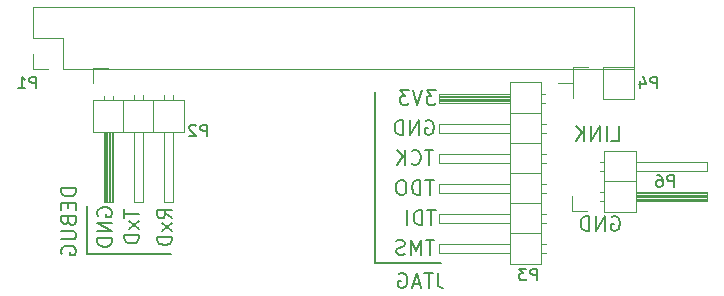
<source format=gbo>
G04 #@! TF.FileFunction,Legend,Bot*
%FSLAX46Y46*%
G04 Gerber Fmt 4.6, Leading zero omitted, Abs format (unit mm)*
G04 Created by KiCad (PCBNEW 4.0.7-e2-6376~58~ubuntu16.04.1) date Wed Jun 13 12:59:57 2018*
%MOMM*%
%LPD*%
G01*
G04 APERTURE LIST*
%ADD10C,0.100000*%
%ADD11C,0.200000*%
%ADD12C,0.120000*%
%ADD13C,0.150000*%
G04 APERTURE END LIST*
D10*
D11*
X68544476Y-36694436D02*
X69139714Y-36694436D01*
X69139714Y-35444436D01*
X68127809Y-36694436D02*
X68127809Y-35444436D01*
X67532571Y-36694436D02*
X67532571Y-35444436D01*
X66818285Y-36694436D01*
X66818285Y-35444436D01*
X66223047Y-36694436D02*
X66223047Y-35444436D01*
X65508761Y-36694436D02*
X66044476Y-35980150D01*
X65508761Y-35444436D02*
X66223047Y-36158722D01*
X68560381Y-43123960D02*
X68679429Y-43064436D01*
X68858000Y-43064436D01*
X69036572Y-43123960D01*
X69155619Y-43243008D01*
X69215143Y-43362055D01*
X69274667Y-43600150D01*
X69274667Y-43778722D01*
X69215143Y-44016817D01*
X69155619Y-44135865D01*
X69036572Y-44254912D01*
X68858000Y-44314436D01*
X68738952Y-44314436D01*
X68560381Y-44254912D01*
X68500857Y-44195389D01*
X68500857Y-43778722D01*
X68738952Y-43778722D01*
X67965143Y-44314436D02*
X67965143Y-43064436D01*
X67250857Y-44314436D01*
X67250857Y-43064436D01*
X66655619Y-44314436D02*
X66655619Y-43064436D01*
X66358000Y-43064436D01*
X66179428Y-43123960D01*
X66060381Y-43243008D01*
X66000857Y-43362055D01*
X65941333Y-43600150D01*
X65941333Y-43778722D01*
X66000857Y-44016817D01*
X66060381Y-44135865D01*
X66179428Y-44254912D01*
X66358000Y-44314436D01*
X66655619Y-44314436D01*
X23215476Y-40697341D02*
X21965476Y-40697341D01*
X21965476Y-40994960D01*
X22025000Y-41173532D01*
X22144048Y-41292579D01*
X22263095Y-41352103D01*
X22501190Y-41411627D01*
X22679762Y-41411627D01*
X22917857Y-41352103D01*
X23036905Y-41292579D01*
X23155952Y-41173532D01*
X23215476Y-40994960D01*
X23215476Y-40697341D01*
X22560714Y-41947341D02*
X22560714Y-42364008D01*
X23215476Y-42542579D02*
X23215476Y-41947341D01*
X21965476Y-41947341D01*
X21965476Y-42542579D01*
X22560714Y-43494960D02*
X22620238Y-43673531D01*
X22679762Y-43733055D01*
X22798810Y-43792579D01*
X22977381Y-43792579D01*
X23096429Y-43733055D01*
X23155952Y-43673531D01*
X23215476Y-43554484D01*
X23215476Y-43078293D01*
X21965476Y-43078293D01*
X21965476Y-43494960D01*
X22025000Y-43614007D01*
X22084524Y-43673531D01*
X22203571Y-43733055D01*
X22322619Y-43733055D01*
X22441667Y-43673531D01*
X22501190Y-43614007D01*
X22560714Y-43494960D01*
X22560714Y-43078293D01*
X21965476Y-44328293D02*
X22977381Y-44328293D01*
X23096429Y-44387817D01*
X23155952Y-44447341D01*
X23215476Y-44566388D01*
X23215476Y-44804484D01*
X23155952Y-44923531D01*
X23096429Y-44983055D01*
X22977381Y-45042579D01*
X21965476Y-45042579D01*
X22025000Y-46292579D02*
X21965476Y-46173531D01*
X21965476Y-45994960D01*
X22025000Y-45816388D01*
X22144048Y-45697341D01*
X22263095Y-45637817D01*
X22501190Y-45578293D01*
X22679762Y-45578293D01*
X22917857Y-45637817D01*
X23036905Y-45697341D01*
X23155952Y-45816388D01*
X23215476Y-45994960D01*
X23215476Y-46114008D01*
X23155952Y-46292579D01*
X23096429Y-46352103D01*
X22679762Y-46352103D01*
X22679762Y-46114008D01*
X24174000Y-46288960D02*
X24174000Y-42224960D01*
X31286000Y-46288960D02*
X24174000Y-46288960D01*
X48558000Y-47050960D02*
X54146000Y-47050960D01*
X48558000Y-32572960D02*
X48558000Y-47050960D01*
X53826333Y-47890436D02*
X53826333Y-48783293D01*
X53885857Y-48961865D01*
X54004905Y-49080912D01*
X54183476Y-49140436D01*
X54302524Y-49140436D01*
X53409666Y-47890436D02*
X52695381Y-47890436D01*
X53052524Y-49140436D02*
X53052524Y-47890436D01*
X52338238Y-48783293D02*
X51743000Y-48783293D01*
X52457285Y-49140436D02*
X52040619Y-47890436D01*
X51623952Y-49140436D01*
X50552523Y-47949960D02*
X50671571Y-47890436D01*
X50850142Y-47890436D01*
X51028714Y-47949960D01*
X51147761Y-48069008D01*
X51207285Y-48188055D01*
X51266809Y-48426150D01*
X51266809Y-48604722D01*
X51207285Y-48842817D01*
X51147761Y-48961865D01*
X51028714Y-49080912D01*
X50850142Y-49140436D01*
X50731094Y-49140436D01*
X50552523Y-49080912D01*
X50492999Y-49021389D01*
X50492999Y-48604722D01*
X50731094Y-48604722D01*
X53661619Y-32396436D02*
X52887809Y-32396436D01*
X53304476Y-32872627D01*
X53125904Y-32872627D01*
X53006857Y-32932150D01*
X52947333Y-32991674D01*
X52887809Y-33110722D01*
X52887809Y-33408341D01*
X52947333Y-33527389D01*
X53006857Y-33586912D01*
X53125904Y-33646436D01*
X53483047Y-33646436D01*
X53602095Y-33586912D01*
X53661619Y-33527389D01*
X52530666Y-32396436D02*
X52114000Y-33646436D01*
X51697333Y-32396436D01*
X51399714Y-32396436D02*
X50625904Y-32396436D01*
X51042571Y-32872627D01*
X50863999Y-32872627D01*
X50744952Y-32932150D01*
X50685428Y-32991674D01*
X50625904Y-33110722D01*
X50625904Y-33408341D01*
X50685428Y-33527389D01*
X50744952Y-33586912D01*
X50863999Y-33646436D01*
X51221142Y-33646436D01*
X51340190Y-33586912D01*
X51399714Y-33527389D01*
X52812381Y-34995960D02*
X52931429Y-34936436D01*
X53110000Y-34936436D01*
X53288572Y-34995960D01*
X53407619Y-35115008D01*
X53467143Y-35234055D01*
X53526667Y-35472150D01*
X53526667Y-35650722D01*
X53467143Y-35888817D01*
X53407619Y-36007865D01*
X53288572Y-36126912D01*
X53110000Y-36186436D01*
X52990952Y-36186436D01*
X52812381Y-36126912D01*
X52752857Y-36067389D01*
X52752857Y-35650722D01*
X52990952Y-35650722D01*
X52217143Y-36186436D02*
X52217143Y-34936436D01*
X51502857Y-36186436D01*
X51502857Y-34936436D01*
X50907619Y-36186436D02*
X50907619Y-34936436D01*
X50610000Y-34936436D01*
X50431428Y-34995960D01*
X50312381Y-35115008D01*
X50252857Y-35234055D01*
X50193333Y-35472150D01*
X50193333Y-35650722D01*
X50252857Y-35888817D01*
X50312381Y-36007865D01*
X50431428Y-36126912D01*
X50610000Y-36186436D01*
X50907619Y-36186436D01*
X53467142Y-37476436D02*
X52752857Y-37476436D01*
X53110000Y-38726436D02*
X53110000Y-37476436D01*
X51621904Y-38607389D02*
X51681428Y-38666912D01*
X51859999Y-38726436D01*
X51979047Y-38726436D01*
X52157619Y-38666912D01*
X52276666Y-38547865D01*
X52336190Y-38428817D01*
X52395714Y-38190722D01*
X52395714Y-38012150D01*
X52336190Y-37774055D01*
X52276666Y-37655008D01*
X52157619Y-37535960D01*
X51979047Y-37476436D01*
X51859999Y-37476436D01*
X51681428Y-37535960D01*
X51621904Y-37595484D01*
X51086190Y-38726436D02*
X51086190Y-37476436D01*
X50371904Y-38726436D02*
X50907619Y-38012150D01*
X50371904Y-37476436D02*
X51086190Y-38190722D01*
X53496904Y-40016436D02*
X52782619Y-40016436D01*
X53139762Y-41266436D02*
X53139762Y-40016436D01*
X52365952Y-41266436D02*
X52365952Y-40016436D01*
X52068333Y-40016436D01*
X51889761Y-40075960D01*
X51770714Y-40195008D01*
X51711190Y-40314055D01*
X51651666Y-40552150D01*
X51651666Y-40730722D01*
X51711190Y-40968817D01*
X51770714Y-41087865D01*
X51889761Y-41206912D01*
X52068333Y-41266436D01*
X52365952Y-41266436D01*
X50877857Y-40016436D02*
X50639761Y-40016436D01*
X50520714Y-40075960D01*
X50401666Y-40195008D01*
X50342142Y-40433103D01*
X50342142Y-40849770D01*
X50401666Y-41087865D01*
X50520714Y-41206912D01*
X50639761Y-41266436D01*
X50877857Y-41266436D01*
X50996904Y-41206912D01*
X51115952Y-41087865D01*
X51175476Y-40849770D01*
X51175476Y-40433103D01*
X51115952Y-40195008D01*
X50996904Y-40075960D01*
X50877857Y-40016436D01*
X53647761Y-42556436D02*
X52933476Y-42556436D01*
X53290619Y-43806436D02*
X53290619Y-42556436D01*
X52516809Y-43806436D02*
X52516809Y-42556436D01*
X52219190Y-42556436D01*
X52040618Y-42615960D01*
X51921571Y-42735008D01*
X51862047Y-42854055D01*
X51802523Y-43092150D01*
X51802523Y-43270722D01*
X51862047Y-43508817D01*
X51921571Y-43627865D01*
X52040618Y-43746912D01*
X52219190Y-43806436D01*
X52516809Y-43806436D01*
X51266809Y-43806436D02*
X51266809Y-42556436D01*
X53526666Y-45096436D02*
X52812381Y-45096436D01*
X53169524Y-46346436D02*
X53169524Y-45096436D01*
X52395714Y-46346436D02*
X52395714Y-45096436D01*
X51979047Y-45989293D01*
X51562381Y-45096436D01*
X51562381Y-46346436D01*
X51026667Y-46286912D02*
X50848095Y-46346436D01*
X50550476Y-46346436D01*
X50431429Y-46286912D01*
X50371905Y-46227389D01*
X50312381Y-46108341D01*
X50312381Y-45989293D01*
X50371905Y-45870246D01*
X50431429Y-45810722D01*
X50550476Y-45751198D01*
X50788572Y-45691674D01*
X50907619Y-45632150D01*
X50967143Y-45572627D01*
X51026667Y-45453579D01*
X51026667Y-45334531D01*
X50967143Y-45215484D01*
X50907619Y-45155960D01*
X50788572Y-45096436D01*
X50490952Y-45096436D01*
X50312381Y-45155960D01*
X31343476Y-43258913D02*
X30748238Y-42842246D01*
X31343476Y-42544627D02*
X30093476Y-42544627D01*
X30093476Y-43020818D01*
X30153000Y-43139865D01*
X30212524Y-43199389D01*
X30331571Y-43258913D01*
X30510143Y-43258913D01*
X30629190Y-43199389D01*
X30688714Y-43139865D01*
X30748238Y-43020818D01*
X30748238Y-42544627D01*
X31343476Y-43675579D02*
X30510143Y-44330341D01*
X30510143Y-43675579D02*
X31343476Y-44330341D01*
X31343476Y-44806532D02*
X30093476Y-44806532D01*
X30093476Y-45104151D01*
X30153000Y-45282723D01*
X30272048Y-45401770D01*
X30391095Y-45461294D01*
X30629190Y-45520818D01*
X30807762Y-45520818D01*
X31045857Y-45461294D01*
X31164905Y-45401770D01*
X31283952Y-45282723D01*
X31343476Y-45104151D01*
X31343476Y-44806532D01*
X27299476Y-42514865D02*
X27299476Y-43229150D01*
X28549476Y-42872007D02*
X27299476Y-42872007D01*
X28549476Y-43526769D02*
X27716143Y-44181531D01*
X27716143Y-43526769D02*
X28549476Y-44181531D01*
X28549476Y-44657722D02*
X27299476Y-44657722D01*
X27299476Y-44955341D01*
X27359000Y-45133913D01*
X27478048Y-45252960D01*
X27597095Y-45312484D01*
X27835190Y-45372008D01*
X28013762Y-45372008D01*
X28251857Y-45312484D01*
X28370905Y-45252960D01*
X28489952Y-45133913D01*
X28549476Y-44955341D01*
X28549476Y-44657722D01*
X25073000Y-43050579D02*
X25013476Y-42931531D01*
X25013476Y-42752960D01*
X25073000Y-42574388D01*
X25192048Y-42455341D01*
X25311095Y-42395817D01*
X25549190Y-42336293D01*
X25727762Y-42336293D01*
X25965857Y-42395817D01*
X26084905Y-42455341D01*
X26203952Y-42574388D01*
X26263476Y-42752960D01*
X26263476Y-42872008D01*
X26203952Y-43050579D01*
X26144429Y-43110103D01*
X25727762Y-43110103D01*
X25727762Y-42872008D01*
X26263476Y-43645817D02*
X25013476Y-43645817D01*
X26263476Y-44360103D01*
X25013476Y-44360103D01*
X26263476Y-44955341D02*
X25013476Y-44955341D01*
X25013476Y-45252960D01*
X25073000Y-45431532D01*
X25192048Y-45550579D01*
X25311095Y-45610103D01*
X25549190Y-45669627D01*
X25727762Y-45669627D01*
X25965857Y-45610103D01*
X26084905Y-45550579D01*
X26203952Y-45431532D01*
X26263476Y-45252960D01*
X26263476Y-44955341D01*
D12*
X62612000Y-31750960D02*
X62612000Y-47110960D01*
X62612000Y-47110960D02*
X59952000Y-47110960D01*
X59952000Y-47110960D02*
X59952000Y-31750960D01*
X59952000Y-31750960D02*
X62612000Y-31750960D01*
X59952000Y-32700960D02*
X53952000Y-32700960D01*
X53952000Y-32700960D02*
X53952000Y-33460960D01*
X53952000Y-33460960D02*
X59952000Y-33460960D01*
X59952000Y-32760960D02*
X53952000Y-32760960D01*
X59952000Y-32880960D02*
X53952000Y-32880960D01*
X59952000Y-33000960D02*
X53952000Y-33000960D01*
X59952000Y-33120960D02*
X53952000Y-33120960D01*
X59952000Y-33240960D02*
X53952000Y-33240960D01*
X59952000Y-33360960D02*
X53952000Y-33360960D01*
X62942000Y-32700960D02*
X62612000Y-32700960D01*
X62942000Y-33460960D02*
X62612000Y-33460960D01*
X62612000Y-34350960D02*
X59952000Y-34350960D01*
X59952000Y-35240960D02*
X53952000Y-35240960D01*
X53952000Y-35240960D02*
X53952000Y-36000960D01*
X53952000Y-36000960D02*
X59952000Y-36000960D01*
X63009071Y-35240960D02*
X62612000Y-35240960D01*
X63009071Y-36000960D02*
X62612000Y-36000960D01*
X62612000Y-36890960D02*
X59952000Y-36890960D01*
X59952000Y-37780960D02*
X53952000Y-37780960D01*
X53952000Y-37780960D02*
X53952000Y-38540960D01*
X53952000Y-38540960D02*
X59952000Y-38540960D01*
X63009071Y-37780960D02*
X62612000Y-37780960D01*
X63009071Y-38540960D02*
X62612000Y-38540960D01*
X62612000Y-39430960D02*
X59952000Y-39430960D01*
X59952000Y-40320960D02*
X53952000Y-40320960D01*
X53952000Y-40320960D02*
X53952000Y-41080960D01*
X53952000Y-41080960D02*
X59952000Y-41080960D01*
X63009071Y-40320960D02*
X62612000Y-40320960D01*
X63009071Y-41080960D02*
X62612000Y-41080960D01*
X62612000Y-41970960D02*
X59952000Y-41970960D01*
X59952000Y-42860960D02*
X53952000Y-42860960D01*
X53952000Y-42860960D02*
X53952000Y-43620960D01*
X53952000Y-43620960D02*
X59952000Y-43620960D01*
X63009071Y-42860960D02*
X62612000Y-42860960D01*
X63009071Y-43620960D02*
X62612000Y-43620960D01*
X62612000Y-44510960D02*
X59952000Y-44510960D01*
X59952000Y-45400960D02*
X53952000Y-45400960D01*
X53952000Y-45400960D02*
X53952000Y-46160960D01*
X53952000Y-46160960D02*
X59952000Y-46160960D01*
X63009071Y-45400960D02*
X62612000Y-45400960D01*
X63009071Y-46160960D02*
X62612000Y-46160960D01*
X65322000Y-33080960D02*
X65322000Y-31810960D01*
X65322000Y-31810960D02*
X64052000Y-31810960D01*
X22142000Y-30600960D02*
X70462000Y-30600960D01*
X70462000Y-30600960D02*
X70462000Y-25400960D01*
X70462000Y-25400960D02*
X19542000Y-25400960D01*
X19542000Y-25400960D02*
X19542000Y-28000960D01*
X19542000Y-28000960D02*
X22142000Y-28000960D01*
X22142000Y-28000960D02*
X22142000Y-30600960D01*
X20872000Y-30600960D02*
X19542000Y-30600960D01*
X19542000Y-30600960D02*
X19542000Y-29330960D01*
X67862000Y-30480960D02*
X70462000Y-30480960D01*
X70462000Y-30480960D02*
X70462000Y-33140960D01*
X70462000Y-33140960D02*
X67862000Y-33140960D01*
X67862000Y-33140960D02*
X67862000Y-30480960D01*
X66592000Y-30480960D02*
X65262000Y-30480960D01*
X65262000Y-30480960D02*
X65262000Y-31810960D01*
X24622000Y-33250960D02*
X32362000Y-33250960D01*
X32362000Y-33250960D02*
X32362000Y-35910960D01*
X32362000Y-35910960D02*
X24622000Y-35910960D01*
X24622000Y-35910960D02*
X24622000Y-33250960D01*
X25572000Y-35910960D02*
X25572000Y-41910960D01*
X25572000Y-41910960D02*
X26332000Y-41910960D01*
X26332000Y-41910960D02*
X26332000Y-35910960D01*
X25632000Y-35910960D02*
X25632000Y-41910960D01*
X25752000Y-35910960D02*
X25752000Y-41910960D01*
X25872000Y-35910960D02*
X25872000Y-41910960D01*
X25992000Y-35910960D02*
X25992000Y-41910960D01*
X26112000Y-35910960D02*
X26112000Y-41910960D01*
X26232000Y-35910960D02*
X26232000Y-41910960D01*
X25572000Y-32920960D02*
X25572000Y-33250960D01*
X26332000Y-32920960D02*
X26332000Y-33250960D01*
X27222000Y-33250960D02*
X27222000Y-35910960D01*
X28112000Y-35910960D02*
X28112000Y-41910960D01*
X28112000Y-41910960D02*
X28872000Y-41910960D01*
X28872000Y-41910960D02*
X28872000Y-35910960D01*
X28112000Y-32853889D02*
X28112000Y-33250960D01*
X28872000Y-32853889D02*
X28872000Y-33250960D01*
X29762000Y-33250960D02*
X29762000Y-35910960D01*
X30652000Y-35910960D02*
X30652000Y-41910960D01*
X30652000Y-41910960D02*
X31412000Y-41910960D01*
X31412000Y-41910960D02*
X31412000Y-35910960D01*
X30652000Y-32853889D02*
X30652000Y-33250960D01*
X31412000Y-32853889D02*
X31412000Y-33250960D01*
X25952000Y-30540960D02*
X24682000Y-30540960D01*
X24682000Y-30540960D02*
X24682000Y-31810960D01*
X67930400Y-42742160D02*
X67930400Y-37542160D01*
X67930400Y-37542160D02*
X70590400Y-37542160D01*
X70590400Y-37542160D02*
X70590400Y-42742160D01*
X70590400Y-42742160D02*
X67930400Y-42742160D01*
X70590400Y-41792160D02*
X76590400Y-41792160D01*
X76590400Y-41792160D02*
X76590400Y-41032160D01*
X76590400Y-41032160D02*
X70590400Y-41032160D01*
X70590400Y-41732160D02*
X76590400Y-41732160D01*
X70590400Y-41612160D02*
X76590400Y-41612160D01*
X70590400Y-41492160D02*
X76590400Y-41492160D01*
X70590400Y-41372160D02*
X76590400Y-41372160D01*
X70590400Y-41252160D02*
X76590400Y-41252160D01*
X70590400Y-41132160D02*
X76590400Y-41132160D01*
X67600400Y-41792160D02*
X67930400Y-41792160D01*
X67600400Y-41032160D02*
X67930400Y-41032160D01*
X67930400Y-40142160D02*
X70590400Y-40142160D01*
X70590400Y-39252160D02*
X76590400Y-39252160D01*
X76590400Y-39252160D02*
X76590400Y-38492160D01*
X76590400Y-38492160D02*
X70590400Y-38492160D01*
X67533329Y-39252160D02*
X67930400Y-39252160D01*
X67533329Y-38492160D02*
X67930400Y-38492160D01*
X65220400Y-41412160D02*
X65220400Y-42682160D01*
X65220400Y-42682160D02*
X66490400Y-42682160D01*
D13*
X62250095Y-48519341D02*
X62250095Y-47519341D01*
X61869142Y-47519341D01*
X61773904Y-47566960D01*
X61726285Y-47614579D01*
X61678666Y-47709817D01*
X61678666Y-47852674D01*
X61726285Y-47947912D01*
X61773904Y-47995531D01*
X61869142Y-48043150D01*
X62250095Y-48043150D01*
X61345333Y-47519341D02*
X60726285Y-47519341D01*
X61059619Y-47900293D01*
X60916761Y-47900293D01*
X60821523Y-47947912D01*
X60773904Y-47995531D01*
X60726285Y-48090770D01*
X60726285Y-48328865D01*
X60773904Y-48424103D01*
X60821523Y-48471722D01*
X60916761Y-48519341D01*
X61202476Y-48519341D01*
X61297714Y-48471722D01*
X61345333Y-48424103D01*
X19832095Y-32263341D02*
X19832095Y-31263341D01*
X19451142Y-31263341D01*
X19355904Y-31310960D01*
X19308285Y-31358579D01*
X19260666Y-31453817D01*
X19260666Y-31596674D01*
X19308285Y-31691912D01*
X19355904Y-31739531D01*
X19451142Y-31787150D01*
X19832095Y-31787150D01*
X18308285Y-32263341D02*
X18879714Y-32263341D01*
X18594000Y-32263341D02*
X18594000Y-31263341D01*
X18689238Y-31406198D01*
X18784476Y-31501436D01*
X18879714Y-31549055D01*
X72410095Y-32263341D02*
X72410095Y-31263341D01*
X72029142Y-31263341D01*
X71933904Y-31310960D01*
X71886285Y-31358579D01*
X71838666Y-31453817D01*
X71838666Y-31596674D01*
X71886285Y-31691912D01*
X71933904Y-31739531D01*
X72029142Y-31787150D01*
X72410095Y-31787150D01*
X70981523Y-31596674D02*
X70981523Y-32263341D01*
X71219619Y-31215722D02*
X71457714Y-31930008D01*
X70838666Y-31930008D01*
X34310095Y-36327341D02*
X34310095Y-35327341D01*
X33929142Y-35327341D01*
X33833904Y-35374960D01*
X33786285Y-35422579D01*
X33738666Y-35517817D01*
X33738666Y-35660674D01*
X33786285Y-35755912D01*
X33833904Y-35803531D01*
X33929142Y-35851150D01*
X34310095Y-35851150D01*
X33357714Y-35422579D02*
X33310095Y-35374960D01*
X33214857Y-35327341D01*
X32976761Y-35327341D01*
X32881523Y-35374960D01*
X32833904Y-35422579D01*
X32786285Y-35517817D01*
X32786285Y-35613055D01*
X32833904Y-35755912D01*
X33405333Y-36327341D01*
X32786285Y-36327341D01*
X73832495Y-40594541D02*
X73832495Y-39594541D01*
X73451542Y-39594541D01*
X73356304Y-39642160D01*
X73308685Y-39689779D01*
X73261066Y-39785017D01*
X73261066Y-39927874D01*
X73308685Y-40023112D01*
X73356304Y-40070731D01*
X73451542Y-40118350D01*
X73832495Y-40118350D01*
X72403923Y-39594541D02*
X72594400Y-39594541D01*
X72689638Y-39642160D01*
X72737257Y-39689779D01*
X72832495Y-39832636D01*
X72880114Y-40023112D01*
X72880114Y-40404065D01*
X72832495Y-40499303D01*
X72784876Y-40546922D01*
X72689638Y-40594541D01*
X72499161Y-40594541D01*
X72403923Y-40546922D01*
X72356304Y-40499303D01*
X72308685Y-40404065D01*
X72308685Y-40165970D01*
X72356304Y-40070731D01*
X72403923Y-40023112D01*
X72499161Y-39975493D01*
X72689638Y-39975493D01*
X72784876Y-40023112D01*
X72832495Y-40070731D01*
X72880114Y-40165970D01*
M02*

</source>
